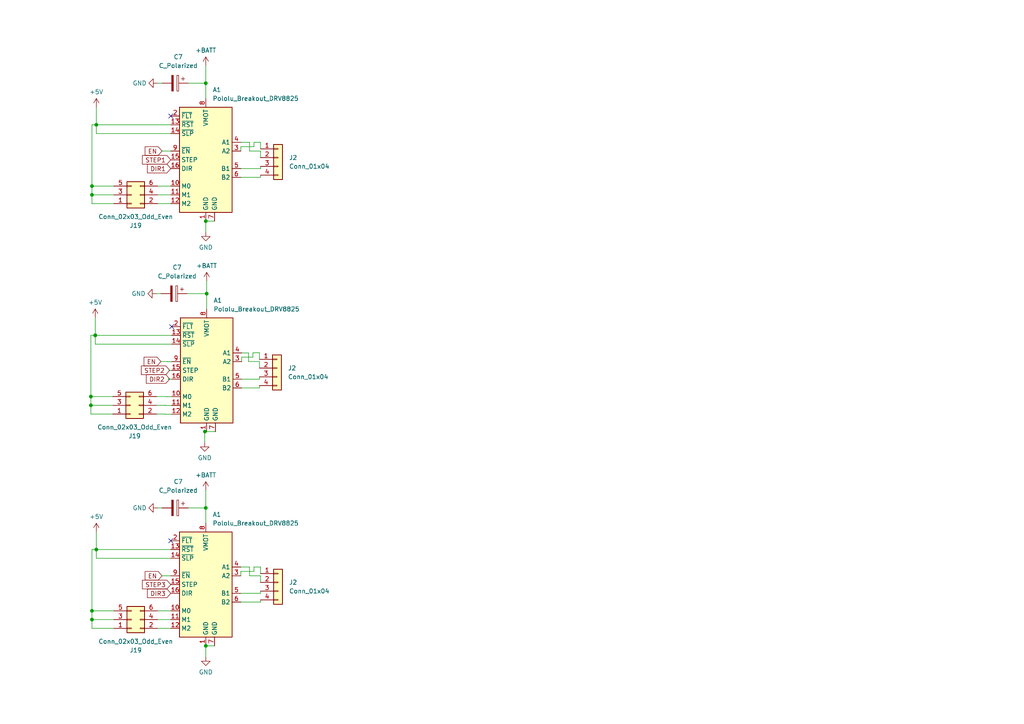
<source format=kicad_sch>
(kicad_sch (version 20230121) (generator eeschema)
  (paper "A4")
  (lib_symbols
    (symbol "Connector_Generic:Conn_01x04" (pin_names (offset 1.016) hide)
      (property "Reference" "J" (at 0 5.08 0))
      (property "Value" "Conn_01x04" (at 0 -7.62 0))
      (symbol "Conn_01x04_1_1"
        (rectangle (start -1.27 -4.953) (end 0 -5.207) (stroke (width 0.1524)))
        (rectangle (start -1.27 -2.413) (end 0 -2.667) (stroke (width 0.1524)))
        (rectangle (start -1.27 0.127) (end 0 -0.127) (stroke (width 0.1524)))
        (rectangle (start -1.27 2.667) (end 0 2.413) (stroke (width 0.1524)))
        (rectangle (start -1.27 3.81) (end 1.27 -6.35) (stroke (width 0.254)) (fill (type background)))
        (pin passive line (at -5.08 2.54 0) (length 3.81) (name "Pin_1") (number "1"))
        (pin passive line (at -5.08 0 0) (length 3.81) (name "Pin_2") (number "2"))
        (pin passive line (at -5.08 -2.54 0) (length 3.81) (name "Pin_3") (number "3"))
        (pin passive line (at -5.08 -5.08 0) (length 3.81) (name "Pin_4") (number "4"))
      )
    )
    (symbol "Connector_Generic:Conn_02x03_Odd_Even" (pin_names (offset 1.016) hide)
      (property "Reference" "J" (at 1.27 5.08 0))
      (property "Value" "Conn_02x03_Odd_Even" (at 1.27 -5.08 0))
      (symbol "Conn_02x03_Odd_Even_1_1"
        (rectangle (start -1.27 -2.413) (end 0 -2.667) (stroke (width 0.1524)))
        (rectangle (start -1.27 0.127) (end 0 -0.127) (stroke (width 0.1524)))
        (rectangle (start -1.27 2.667) (end 0 2.413) (stroke (width 0.1524)))
        (rectangle (start -1.27 3.81) (end 3.81 -3.81) (stroke (width 0.254)) (fill (type background)))
        (rectangle (start 3.81 -2.413) (end 2.54 -2.667) (stroke (width 0.1524)))
        (rectangle (start 3.81 0.127) (end 2.54 -0.127) (stroke (width 0.1524)))
        (rectangle (start 3.81 2.667) (end 2.54 2.413) (stroke (width 0.1524)))
        (pin passive line (at -5.08 2.54 0) (length 3.81) (name "Pin_1") (number "1"))
        (pin passive line (at 7.62 2.54 180) (length 3.81) (name "Pin_2") (number "2"))
        (pin passive line (at -5.08 0 0) (length 3.81) (name "Pin_3") (number "3"))
        (pin passive line (at 7.62 0 180) (length 3.81) (name "Pin_4") (number "4"))
        (pin passive line (at -5.08 -2.54 0) (length 3.81) (name "Pin_5") (number "5"))
        (pin passive line (at 7.62 -2.54 180) (length 3.81) (name "Pin_6") (number "6"))
      )
    )
    (symbol "Device:C_Polarized" (pin_numbers hide) (pin_names (offset 0.254))
      (property "Reference" "C" (at 0.635 2.54 0))
      (property "Value" "C_Polarized" (at 0.635 -2.54 0))
      (symbol "C_Polarized_0_1"
        (rectangle (start -2.286 0.508) (end 2.286 1.016))
        (polyline (pts (xy -1.778 2.286) (xy -0.762 2.286)))
        (polyline (pts (xy -1.27 2.794) (xy -1.27 1.778)))
        (rectangle (start 2.286 -0.508) (end -2.286 -1.016) (fill (type outline)))
      )
      (symbol "C_Polarized_1_1"
        (pin passive line (at 0 3.81 270) (length 2.794) (name "~") (number "1"))
        (pin passive line (at 0 -3.81 90) (length 2.794) (name "~") (number "2"))
      )
    )
    (symbol "Driver_Motor:Pololu_Breakout_DRV8825"
      (property "Reference" "A" (at -2.54 16.51 0))
      (property "Value" "Pololu_Breakout_DRV8825" (at -2.54 13.97 0))
      (symbol "Pololu_Breakout_DRV8825_0_1"
        (rectangle (start 7.62 -17.78) (end -7.62 12.7) (stroke (width 0.254)) (fill (type background)))
      )
      (symbol "Pololu_Breakout_DRV8825_1_1"
        (pin power_in line (at 0 -20.32 90) (length 2.54) (name "GND") (number "1"))
        (pin input line (at -10.16 -10.16 0) (length 2.54) (name "M0") (number "10"))
        (pin input line (at -10.16 -12.7 0) (length 2.54) (name "M1") (number "11"))
        (pin input line (at -10.16 -15.24 0) (length 2.54) (name "M2") (number "12"))
        (pin input line (at -10.16 7.62 0) (length 2.54) (name "~{RST}") (number "13"))
        (pin input line (at -10.16 5.08 0) (length 2.54) (name "~{SLP}") (number "14"))
        (pin input line (at -10.16 -2.54 0) (length 2.54) (name "STEP") (number "15"))
        (pin input line (at -10.16 -5.08 0) (length 2.54) (name "DIR") (number "16"))
        (pin output line (at -10.16 10.16 0) (length 2.54) (name "~{FLT}") (number "2"))
        (pin output line (at 10.16 0 180) (length 2.54) (name "A2") (number "3"))
        (pin output line (at 10.16 2.54 180) (length 2.54) (name "A1") (number "4"))
        (pin output line (at 10.16 -5.08 180) (length 2.54) (name "B1") (number "5"))
        (pin output line (at 10.16 -7.62 180) (length 2.54) (name "B2") (number "6"))
        (pin power_in line (at 2.54 -20.32 90) (length 2.54) (name "GND") (number "7"))
        (pin power_in line (at 0 15.24 270) (length 2.54) (name "VMOT") (number "8"))
        (pin input line (at -10.16 0 0) (length 2.54) (name "~{EN}") (number "9"))
      )
    )
    (symbol "power:+5V" (power) (pin_names (offset 0))
      (property "Value" "+5V" (at 0 3.556 0))
      (symbol "+5V_0_1"
        (polyline (pts (xy -0.762 1.27) (xy 0 2.54)))
        (polyline (pts (xy 0 0) (xy 0 2.54)))
        (polyline (pts (xy 0 2.54) (xy 0.762 1.27)))
      )
      (symbol "+5V_1_1"
        (pin power_in line (at 0 0 90) (length 0) hide (name "+5V") (number "1"))
      )
    )
    (symbol "power:+BATT" (power) (pin_names (offset 0))
      (property "Value" "+BATT" (at 0 3.556 0))
      (symbol "+BATT_0_1"
        (polyline (pts (xy -0.762 1.27) (xy 0 2.54)))
        (polyline (pts (xy 0 0) (xy 0 2.54)))
        (polyline (pts (xy 0 2.54) (xy 0.762 1.27)))
      )
      (symbol "+BATT_1_1"
        (pin power_in line (at 0 0 90) (length 0) hide (name "+BATT") (number "1"))
      )
    )
    (symbol "power:GND" (power) (pin_names (offset 0))
      (property "Value" "GND" (at 0 -3.81 0))
      (symbol "GND_0_1"
        (polyline (pts (xy 0 0) (xy 0 -1.27) (xy 1.27 -1.27) (xy 0 -2.54) (xy -1.27 -1.27) (xy 0 -1.27)))
      )
      (symbol "GND_1_1"
        (pin power_in line (at 0 0 270) (length 0) hide (name "GND") (number "1"))
      )
    )
  )
  (junction (at 26.67 56.515))
  (junction (at 27.94 36.195))
  (junction (at 59.69 187.325))
  (junction (at 59.69 64.135))
  (junction (at 26.3589 115.0158))
  (junction (at 26.3589 117.5558))
  (junction (at 26.67 179.705))
  (junction (at 27.6289 97.282))
  (junction (at 59.436 125.1758))
  (junction (at 59.69 147.32))
  (junction (at 26.67 177.165))
  (junction (at 26.67 53.975))
  (junction (at 27.94 159.385))
  (junction (at 59.69 24.13))
  (junction (at 27.6289 97.2358))
  (junction (at 59.944 85.1708))
  (no_connect (at 49.53 33.655))
  (no_connect (at 49.784 94.742))
  (no_connect (at 49.53 156.845))
  (wire (pts (xy 75.565 41.275) (xy 73.66 41.275)))
  (wire (pts (xy 70.104 109.982) (xy 75.2539 109.982)))
  (wire (pts (xy 48.768 109.982) (xy 48.768 109.9358)))
  (wire (pts (xy 75.565 48.895) (xy 75.565 48.26)))
  (wire (pts (xy 59.69 190.5) (xy 59.69 187.325)))
  (wire (pts (xy 27.6289 99.822) (xy 49.784 99.822)))
  (wire (pts (xy 26.67 36.195) (xy 26.67 53.975)))
  (wire (pts (xy 45.72 177.165) (xy 49.53 177.165)))
  (wire (pts (xy 48.514 104.902) (xy 49.784 104.902)))
  (wire (pts (xy 75.565 51.435) (xy 75.565 50.8)))
  (wire (pts (xy 75.2539 102.3158) (xy 75.2539 104.2208)))
  (wire (pts (xy 27.94 36.195) (xy 49.53 36.195)))
  (wire (pts (xy 45.72 56.515) (xy 49.53 56.515)))
  (wire (pts (xy 26.67 182.245) (xy 33.02 182.245)))
  (wire (pts (xy 49.022 107.442) (xy 49.022 107.3958)))
  (wire (pts (xy 26.67 159.385) (xy 26.67 177.165)))
  (wire (pts (xy 27.6289 97.282) (xy 49.784 97.282)))
  (wire (pts (xy 27.6289 97.282) (xy 27.6289 99.822)))
  (wire (pts (xy 26.67 179.705) (xy 33.02 179.705)))
  (wire (pts (xy 26.3589 120.0958) (xy 32.7089 120.0958)))
  (wire (pts (xy 73.66 42.545) (xy 69.85 42.545)))
  (wire (pts (xy 75.565 43.815) (xy 75.565 45.72)))
  (wire (pts (xy 72.39 167.005) (xy 72.39 164.465)))
  (wire (pts (xy 49.784 107.442) (xy 49.022 107.442)))
  (wire (pts (xy 27.6289 92.1558) (xy 27.6289 97.2358)))
  (wire (pts (xy 59.436 125.222) (xy 59.436 125.1758)))
  (wire (pts (xy 75.565 43.815) (xy 72.39 43.815)))
  (wire (pts (xy 26.67 53.975) (xy 33.02 53.975)))
  (wire (pts (xy 27.6289 97.282) (xy 27.6289 97.2358)))
  (wire (pts (xy 69.85 174.625) (xy 75.565 174.625)))
  (wire (pts (xy 59.436 125.1758) (xy 59.3789 125.1758)))
  (wire (pts (xy 70.104 103.5858) (xy 70.104 104.902)))
  (wire (pts (xy 73.66 164.465) (xy 73.66 165.735)))
  (wire (pts (xy 75.2539 102.3158) (xy 73.3489 102.3158)))
  (wire (pts (xy 27.94 161.925) (xy 49.53 161.925)))
  (wire (pts (xy 48.514 104.902) (xy 48.514 104.8558)))
  (wire (pts (xy 59.69 147.32) (xy 59.69 151.765)))
  (wire (pts (xy 54.61 147.32) (xy 59.69 147.32)))
  (wire (pts (xy 48.006 117.5558) (xy 45.4089 117.5558)))
  (wire (pts (xy 27.94 31.115) (xy 27.94 36.195)))
  (wire (pts (xy 49.022 107.3958) (xy 49.2189 107.3958)))
  (wire (pts (xy 75.565 174.625) (xy 75.565 173.99)))
  (wire (pts (xy 73.3489 103.5858) (xy 70.104 103.5858)))
  (wire (pts (xy 59.69 64.135) (xy 62.23 64.135)))
  (wire (pts (xy 27.6289 97.2358) (xy 26.3589 97.2358)))
  (wire (pts (xy 26.3589 115.0158) (xy 32.7089 115.0158)))
  (wire (pts (xy 48.26 115.062) (xy 48.26 115.0158)))
  (wire (pts (xy 59.69 142.24) (xy 59.69 147.32)))
  (wire (pts (xy 45.72 59.055) (xy 49.53 59.055)))
  (wire (pts (xy 62.23 125.222) (xy 62.484 125.222)))
  (wire (pts (xy 62.23 125.1758) (xy 59.436 125.1758)))
  (wire (pts (xy 27.94 154.305) (xy 27.94 159.385)))
  (wire (pts (xy 48.26 115.0158) (xy 45.4089 115.0158)))
  (wire (pts (xy 75.565 41.275) (xy 75.565 43.18)))
  (wire (pts (xy 26.3589 97.2358) (xy 26.3589 115.0158)))
  (wire (pts (xy 26.67 177.165) (xy 26.67 179.705)))
  (wire (pts (xy 59.944 125.222) (xy 59.436 125.222)))
  (wire (pts (xy 69.85 165.735) (xy 69.85 167.005)))
  (wire (pts (xy 47.752 120.142) (xy 49.784 120.142)))
  (wire (pts (xy 69.85 42.545) (xy 69.85 43.815)))
  (wire (pts (xy 75.2539 104.8558) (xy 75.2539 106.7608)))
  (wire (pts (xy 48.006 117.602) (xy 48.006 117.5558)))
  (wire (pts (xy 26.67 56.515) (xy 26.67 59.055)))
  (wire (pts (xy 27.94 159.385) (xy 27.94 161.925)))
  (wire (pts (xy 48.768 109.9358) (xy 49.2189 109.9358)))
  (wire (pts (xy 69.85 51.435) (xy 75.565 51.435)))
  (wire (pts (xy 59.69 67.31) (xy 59.69 64.135)))
  (wire (pts (xy 72.0789 102.362) (xy 70.104 102.362)))
  (wire (pts (xy 73.66 41.275) (xy 73.66 42.545)))
  (wire (pts (xy 48.006 117.602) (xy 49.784 117.602)))
  (wire (pts (xy 46.99 43.815) (xy 49.53 43.815)))
  (wire (pts (xy 54.61 24.13) (xy 59.69 24.13)))
  (wire (pts (xy 45.72 182.245) (xy 49.53 182.245)))
  (wire (pts (xy 27.94 36.195) (xy 27.94 38.735)))
  (wire (pts (xy 73.3489 102.3158) (xy 73.3489 103.5858)))
  (wire (pts (xy 47.752 120.142) (xy 47.752 120.0958)))
  (wire (pts (xy 47.752 120.0958) (xy 45.4089 120.0958)))
  (wire (pts (xy 27.94 38.735) (xy 49.53 38.735)))
  (wire (pts (xy 59.69 19.05) (xy 59.69 24.13)))
  (wire (pts (xy 72.39 164.465) (xy 69.85 164.465)))
  (wire (pts (xy 26.67 179.705) (xy 26.67 182.245)))
  (wire (pts (xy 54.2989 85.1708) (xy 59.944 85.1708)))
  (wire (pts (xy 69.85 48.895) (xy 75.565 48.895)))
  (wire (pts (xy 45.72 179.705) (xy 49.53 179.705)))
  (wire (pts (xy 26.3589 117.5558) (xy 26.3589 120.0958)))
  (wire (pts (xy 27.94 159.385) (xy 26.67 159.385)))
  (wire (pts (xy 26.3589 115.0158) (xy 26.3589 117.5558)))
  (wire (pts (xy 26.3589 117.5558) (xy 32.7089 117.5558)))
  (wire (pts (xy 26.67 56.515) (xy 33.02 56.515)))
  (wire (pts (xy 69.85 172.085) (xy 75.565 172.085)))
  (wire (pts (xy 70.104 112.522) (xy 75.2539 112.522)))
  (wire (pts (xy 26.67 59.055) (xy 33.02 59.055)))
  (wire (pts (xy 72.39 43.815) (xy 72.39 41.275)))
  (wire (pts (xy 45.72 147.32) (xy 46.99 147.32)))
  (wire (pts (xy 75.565 164.465) (xy 75.565 166.37)))
  (wire (pts (xy 49.784 109.982) (xy 48.768 109.982)))
  (wire (pts (xy 59.3789 128.3508) (xy 59.3789 125.1758)))
  (wire (pts (xy 75.2539 104.8558) (xy 72.0789 104.8558)))
  (wire (pts (xy 75.2539 112.522) (xy 75.2539 111.8408)))
  (wire (pts (xy 73.66 165.735) (xy 69.85 165.735)))
  (wire (pts (xy 59.944 81.534) (xy 59.944 85.1708)))
  (wire (pts (xy 75.2539 109.982) (xy 75.2539 109.3008)))
  (wire (pts (xy 59.69 24.13) (xy 59.69 28.575)))
  (wire (pts (xy 45.72 24.13) (xy 46.99 24.13)))
  (wire (pts (xy 62.23 125.222) (xy 62.23 125.1758)))
  (wire (pts (xy 72.39 41.275) (xy 69.85 41.275)))
  (wire (pts (xy 75.565 167.005) (xy 72.39 167.005)))
  (wire (pts (xy 59.69 187.325) (xy 62.23 187.325)))
  (wire (pts (xy 75.565 164.465) (xy 73.66 164.465)))
  (wire (pts (xy 45.72 53.975) (xy 49.53 53.975)))
  (wire (pts (xy 26.67 177.165) (xy 33.02 177.165)))
  (wire (pts (xy 45.4089 85.1708) (xy 46.6789 85.1708)))
  (wire (pts (xy 46.99 167.005) (xy 49.53 167.005)))
  (wire (pts (xy 48.514 104.8558) (xy 46.6789 104.8558)))
  (wire (pts (xy 59.944 85.1708) (xy 59.944 89.662)))
  (wire (pts (xy 27.94 36.195) (xy 26.67 36.195)))
  (wire (pts (xy 72.0789 104.8558) (xy 72.0789 102.362)))
  (wire (pts (xy 27.94 159.385) (xy 49.53 159.385)))
  (wire (pts (xy 48.26 115.062) (xy 49.784 115.062)))
  (wire (pts (xy 75.565 167.005) (xy 75.565 168.91)))
  (wire (pts (xy 26.67 53.975) (xy 26.67 56.515)))
  (wire (pts (xy 75.565 172.085) (xy 75.565 171.45)))
  (global_label "DIR1" (shape input) (at 49.53 48.895 180) (property "Intersheetrefs" "${INTERSHEET_REFS}" (effects hide)))
  (global_label "EN" (shape input) (at 46.99 43.815 180) (property "Intersheetrefs" "${INTERSHEET_REFS}" (effects hide)))
  (global_label "DIR2" (shape input) (at 49.2189 109.9358 180) (property "Intersheetrefs" "${INTERSHEET_REFS}" (effects hide)))
  (global_label "STEP1" (shape input) (at 49.53 46.355 180) (property "Intersheetrefs" "${INTERSHEET_REFS}" (effects hide)))
  (global_label "STEP2" (shape input) (at 49.2189 107.3958 180) (property "Intersheetrefs" "${INTERSHEET_REFS}" (effects hide)))
  (global_label "DIR3" (shape input) (at 49.53 172.085 180) (property "Intersheetrefs" "${INTERSHEET_REFS}" (effects hide)))
  (global_label "STEP3" (shape input) (at 49.53 169.545 180) (property "Intersheetrefs" "${INTERSHEET_REFS}" (effects hide)))
  (global_label "EN" (shape input) (at 46.99 167.005 180) (property "Intersheetrefs" "${INTERSHEET_REFS}" (effects hide)))
  (global_label "EN" (shape input) (at 46.6789 104.8558 180) (property "Intersheetrefs" "${INTERSHEET_REFS}" (effects hide)))
  (symbol (lib_id "power:+5V") (at 27.94 31.115 0) (unit 1)
    (property "Reference" "#PWR011" (effects hide))
    (property "Value" "+5V" (at 27.94 26.67 0))
    (instances (project "MainboardV3" (path "" (reference "#PWR011") (unit 1))) (project "MainBoardV5" (path "" (reference "#PWR047") (unit 1))))
  )
  (symbol (lib_id "power:+BATT") (at 59.944 81.534 0) (unit 1)
    (property "Reference" "#PWR086" (effects hide))
    (property "Value" "+BATT" (at 59.944 77.089 0))
  )
  (symbol (lib_id "power:+BATT") (at 59.69 142.24 0) (unit 1)
    (property "Reference" "#PWR049" (effects hide))
    (property "Value" "+BATT" (at 59.69 137.795 0))
  )
  (symbol (lib_id "power:GND") (at 59.3789 128.3508 0) (unit 1)
    (property "Reference" "#PWR03" (effects hide))
    (property "Value" "GND" (at 59.3789 132.7958 0))
    (instances (project "MainboardV3" (path "" (reference "#PWR03") (unit 1))) (project "MainBoardV5" (path "" (reference "#PWR054") (unit 1))))
  )
  (symbol (lib_id "power:GND") (at 45.72 24.13 270) (unit 1)
    (property "Reference" "#PWR016" (effects hide))
    (property "Value" "GND" (at 42.545 24.13 90) (effects (justify right)))
    (instances (project "MainboardV3" (path "" (reference "#PWR016") (unit 1))) (project "MainBoardV5" (path "" (reference "#PWR048") (unit 1))))
  )
  (symbol (lib_id "Connector_Generic:Conn_02x03_Odd_Even") (at 37.7889 117.5558 0) (mirror x) (unit 1)
    (property "Reference" "J19" (at 39.0589 126.4458 0))
    (property "Value" "Conn_02x03_Odd_Even" (at 39.0589 123.9058 0))
    (property "Footprint" "Connector_PinHeader_2.54mm:PinHeader_2x03_P2.54mm_Vertical" (effects hide))
    (instances (project "MainboardV3" (path "" (reference "J19") (unit 1))) (project "MainBoardV5" (path "" (reference "J15") (unit 1))))
  )
  (symbol (lib_id "Connector_Generic:Conn_02x03_Odd_Even") (at 38.1 179.705 0) (mirror x) (unit 1)
    (property "Reference" "J19" (at 39.37 188.595 0))
    (property "Value" "Conn_02x03_Odd_Even" (at 39.37 186.055 0))
    (property "Footprint" "Connector_PinHeader_2.54mm:PinHeader_2x03_P2.54mm_Vertical" (effects hide))
    (instances (project "MainboardV3" (path "" (reference "J19") (unit 1))) (project "MainBoardV5" (path "" (reference "J17") (unit 1))))
  )
  (symbol (lib_id "Device:C_Polarized") (at 50.4889 85.1708 270) (unit 1)
    (property "Reference" "C7" (at 51.3779 77.5508 90))
    (property "Value" "C_Polarized" (at 51.3779 80.0908 90))
    (property "Footprint" "Capacitor_THT:CP_Radial_D8.0mm_P5.00mm" (effects hide))
    (instances (project "MainboardV3" (path "" (reference "C7") (unit 1))) (project "MainBoardV5" (path "" (reference "C14") (unit 1))))
  )
  (symbol (lib_id "Device:C_Polarized") (at 50.8 24.13 270) (unit 1)
    (property "Reference" "C7" (at 51.689 16.51 90))
    (property "Value" "C_Polarized" (at 51.689 19.05 90))
    (property "Footprint" "Capacitor_THT:CP_Radial_D8.0mm_P5.00mm" (effects hide))
    (instances (project "MainboardV3" (path "" (reference "C7") (unit 1))) (project "MainBoardV5" (path "" (reference "C13") (unit 1))))
  )
  (symbol (lib_id "power:GND") (at 45.4089 85.1708 270) (unit 1)
    (property "Reference" "#PWR016" (effects hide))
    (property "Value" "GND" (at 42.2339 85.1708 90) (effects (justify right)))
    (instances (project "MainboardV3" (path "" (reference "#PWR016") (unit 1))) (project "MainBoardV5" (path "" (reference "#PWR052") (unit 1))))
  )
  (symbol (lib_id "power:+BATT") (at 59.69 19.05 0) (unit 1)
    (property "Reference" "#PWR053" (effects hide))
    (property "Value" "+BATT" (at 59.69 14.605 0))
  )
  (symbol (lib_id "Connector_Generic:Conn_01x04") (at 80.3339 106.7608 0) (unit 1)
    (property "Reference" "J2" (at 83.5089 106.7608 0) (effects (justify left)))
    (property "Value" "Conn_01x04" (at 83.5089 109.3008 0) (effects (justify left)))
    (property "Footprint" "Connector_Molex:Molex_KK-254_AE-6410-04A_1x04_P2.54mm_Vertical" (effects hide))
    (instances (project "MainboardV3" (path "" (reference "J2") (unit 1))) (project "MainBoardV5" (path "" (reference "J16") (unit 1))))
  )
  (symbol (lib_id "Driver_Motor:Pololu_Breakout_DRV8825") (at 59.69 43.815 0) (unit 1)
    (property "Reference" "A1" (at 61.6459 26.035 0) (effects (justify left)))
    (property "Value" "Pololu_Breakout_DRV8825" (at 61.6459 28.575 0) (effects (justify left)))
    (property "Footprint" "Module:Pololu_Breakout-16_15.2x20.3mm" (effects hide))
    (property "Datasheet" "https://www.pololu.com/product/2982" (effects hide))
  )
  (symbol (lib_id "power:+5V") (at 27.6289 92.1558 0) (unit 1)
    (property "Reference" "#PWR011" (effects hide))
    (property "Value" "+5V" (at 27.6289 87.7108 0))
    (instances (project "MainboardV3" (path "" (reference "#PWR011") (unit 1))) (project "MainBoardV5" (path "" (reference "#PWR051") (unit 1))))
  )
  (symbol (lib_id "Connector_Generic:Conn_01x04") (at 80.645 168.91 0) (unit 1)
    (property "Reference" "J2" (at 83.82 168.91 0) (effects (justify left)))
    (property "Value" "Conn_01x04" (at 83.82 171.45 0) (effects (justify left)))
    (property "Footprint" "Connector_Molex:Molex_KK-254_AE-6410-04A_1x04_P2.54mm_Vertical" (effects hide))
    (instances (project "MainboardV3" (path "" (reference "J2") (unit 1))) (project "MainBoardV5" (path "" (reference "J18") (unit 1))))
  )
  (symbol (lib_id "power:GND") (at 45.72 147.32 270) (unit 1)
    (property "Reference" "#PWR016" (effects hide))
    (property "Value" "GND" (at 42.545 147.32 90) (effects (justify right)))
    (instances (project "MainboardV3" (path "" (reference "#PWR016") (unit 1))) (project "MainBoardV5" (path "" (reference "#PWR056") (unit 1))))
  )
  (symbol (lib_id "Driver_Motor:Pololu_Breakout_DRV8825") (at 59.944 104.902 0) (unit 1)
    (property "Reference" "A1" (at 61.8999 87.122 0) (effects (justify left)))
    (property "Value" "Pololu_Breakout_DRV8825" (at 61.8999 89.662 0) (effects (justify left)))
    (property "Footprint" "Module:Pololu_Breakout-16_15.2x20.3mm" (effects hide))
    (property "Datasheet" "https://www.pololu.com/product/2982" (effects hide))
    (instances (project "MainboardV3" (path "" (reference "A1") (unit 1))) (project "MainBoardV5" (path "" (reference "A2") (unit 1))))
  )
  (symbol (lib_id "power:+5V") (at 27.94 154.305 0) (unit 1)
    (property "Reference" "#PWR011" (effects hide))
    (property "Value" "+5V" (at 27.94 149.86 0))
    (instances (project "MainboardV3" (path "" (reference "#PWR011") (unit 1))) (project "MainBoardV5" (path "" (reference "#PWR055") (unit 1))))
  )
  (symbol (lib_id "Connector_Generic:Conn_02x03_Odd_Even") (at 38.1 56.515 0) (mirror x) (unit 1)
    (property "Reference" "J19" (at 39.37 65.405 0))
    (property "Value" "Conn_02x03_Odd_Even" (at 39.37 62.865 0))
    (property "Footprint" "Connector_PinHeader_2.54mm:PinHeader_2x03_P2.54mm_Vertical" (effects hide))
    (instances (project "MainboardV3" (path "" (reference "J19") (unit 1))) (project "MainBoardV5" (path "" (reference "J13") (unit 1))))
  )
  (symbol (lib_id "Driver_Motor:Pololu_Breakout_DRV8825") (at 59.69 167.005 0) (unit 1)
    (property "Reference" "A1" (at 61.6459 149.225 0) (effects (justify left)))
    (property "Value" "Pololu_Breakout_DRV8825" (at 61.6459 151.765 0) (effects (justify left)))
    (property "Footprint" "Module:Pololu_Breakout-16_15.2x20.3mm" (effects hide))
    (property "Datasheet" "https://www.pololu.com/product/2982" (effects hide))
    (instances (project "MainboardV3" (path "" (reference "A1") (unit 1))) (project "MainBoardV5" (path "" (reference "A3") (unit 1))))
  )
  (symbol (lib_id "Connector_Generic:Conn_01x04") (at 80.645 45.72 0) (unit 1)
    (property "Reference" "J2" (at 83.82 45.72 0) (effects (justify left)))
    (property "Value" "Conn_01x04" (at 83.82 48.26 0) (effects (justify left)))
    (property "Footprint" "Connector_Molex:Molex_KK-254_AE-6410-04A_1x04_P2.54mm_Vertical" (effects hide))
    (instances (project "MainboardV3" (path "" (reference "J2") (unit 1))) (project "MainBoardV5" (path "" (reference "J14") (unit 1))))
  )
  (symbol (lib_id "Device:C_Polarized") (at 50.8 147.32 270) (unit 1)
    (property "Reference" "C7" (at 51.689 139.7 90))
    (property "Value" "C_Polarized" (at 51.689 142.24 90))
    (property "Footprint" "Capacitor_THT:CP_Radial_D8.0mm_P5.00mm" (effects hide))
    (instances (project "MainboardV3" (path "" (reference "C7") (unit 1))) (project "MainBoardV5" (path "" (reference "C15") (unit 1))))
  )
  (symbol (lib_id "power:GND") (at 59.69 67.31 0) (unit 1)
    (property "Reference" "#PWR03" (effects hide))
    (property "Value" "GND" (at 59.69 71.755 0))
    (instances (project "MainboardV3" (path "" (reference "#PWR03") (unit 1))) (project "MainBoardV5" (path "" (reference "#PWR050") (unit 1))))
  )
  (symbol (lib_id "power:GND") (at 59.69 190.5 0) (unit 1)
    (property "Reference" "#PWR03" (effects hide))
    (property "Value" "GND" (at 59.69 194.945 0))
    (instances (project "MainboardV3" (path "" (reference "#PWR03") (unit 1))) (project "MainBoardV5" (path "" (reference "#PWR058") (unit 1))))
  )
)
</source>
